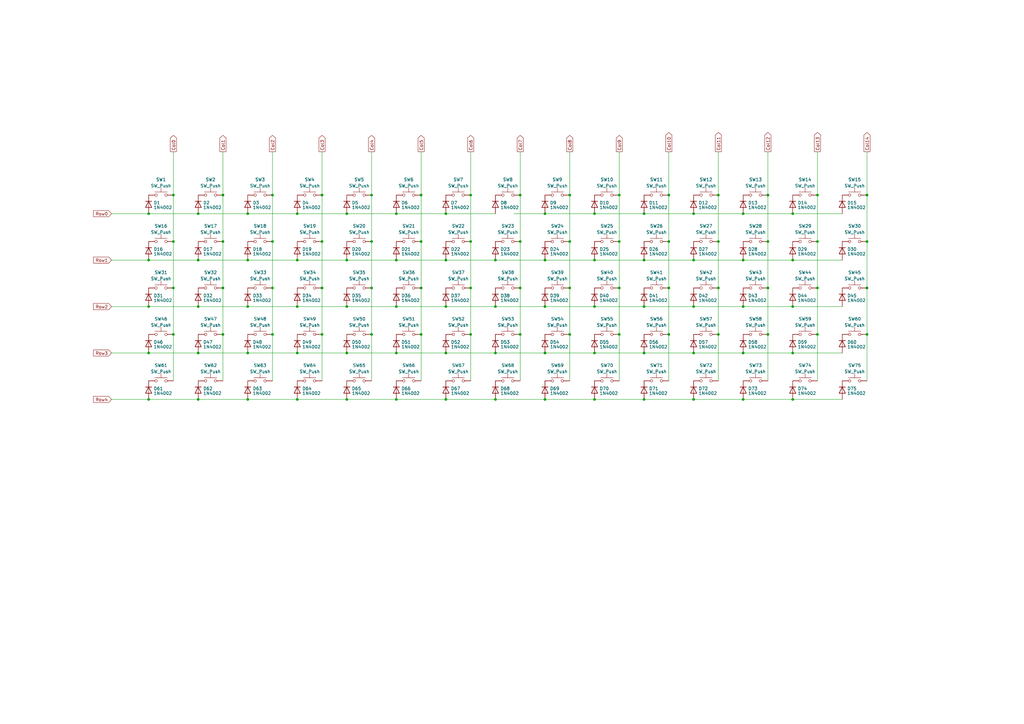
<source format=kicad_sch>
(kicad_sch (version 20230121) (generator eeschema)
  (paper "A3")
  (junction (at 203.2 144.78))
  (junction (at 101.6 163.83))
  (junction (at 264.16 144.78))
  (junction (at 203.2 163.83))
  (junction (at 325.12 144.78))
  (junction (at 111.76 99.06))
  (junction (at 121.92 125.73))
  (junction (at 304.8 125.73))
  (junction (at 121.92 163.83))
  (junction (at 182.88 144.78))
  (junction (at 355.6 99.06))
  (junction (at 162.56 163.83))
  (junction (at 193.04 99.06))
  (junction (at 81.28 106.68))
  (junction (at 60.96 163.83))
  (junction (at 111.76 137.16))
  (junction (at 355.6 80.01))
  (junction (at 264.16 163.83))
  (junction (at 111.76 80.01))
  (junction (at 284.48 144.78))
  (junction (at 142.24 144.78))
  (junction (at 284.48 125.73))
  (junction (at 193.04 118.11))
  (junction (at 284.48 87.63))
  (junction (at 101.6 87.63))
  (junction (at 254 118.11))
  (junction (at 60.96 87.63))
  (junction (at 213.36 118.11))
  (junction (at 355.6 118.11))
  (junction (at 314.96 80.01))
  (junction (at 71.12 99.06))
  (junction (at 233.68 137.16))
  (junction (at 243.84 125.73))
  (junction (at 325.12 163.83))
  (junction (at 223.52 87.63))
  (junction (at 233.68 99.06))
  (junction (at 91.44 118.11))
  (junction (at 71.12 80.01))
  (junction (at 304.8 163.83))
  (junction (at 142.24 163.83))
  (junction (at 152.4 80.01))
  (junction (at 203.2 125.73))
  (junction (at 111.76 118.11))
  (junction (at 314.96 137.16))
  (junction (at 162.56 144.78))
  (junction (at 314.96 118.11))
  (junction (at 284.48 106.68))
  (junction (at 101.6 106.68))
  (junction (at 294.64 99.06))
  (junction (at 132.08 137.16))
  (junction (at 182.88 106.68))
  (junction (at 121.92 87.63))
  (junction (at 132.08 80.01))
  (junction (at 274.32 99.06))
  (junction (at 264.16 106.68))
  (junction (at 81.28 163.83))
  (junction (at 243.84 87.63))
  (junction (at 162.56 87.63))
  (junction (at 243.84 163.83))
  (junction (at 101.6 125.73))
  (junction (at 223.52 106.68))
  (junction (at 81.28 125.73))
  (junction (at 213.36 80.01))
  (junction (at 294.64 80.01))
  (junction (at 254 80.01))
  (junction (at 203.2 106.68))
  (junction (at 121.92 144.78))
  (junction (at 213.36 137.16))
  (junction (at 152.4 99.06))
  (junction (at 233.68 80.01))
  (junction (at 325.12 106.68))
  (junction (at 254 99.06))
  (junction (at 274.32 118.11))
  (junction (at 314.96 99.06))
  (junction (at 304.8 144.78))
  (junction (at 325.12 125.73))
  (junction (at 172.72 118.11))
  (junction (at 142.24 125.73))
  (junction (at 142.24 87.63))
  (junction (at 294.64 118.11))
  (junction (at 172.72 99.06))
  (junction (at 274.32 80.01))
  (junction (at 60.96 125.73))
  (junction (at 91.44 99.06))
  (junction (at 243.84 106.68))
  (junction (at 162.56 125.73))
  (junction (at 264.16 87.63))
  (junction (at 132.08 118.11))
  (junction (at 142.24 106.68))
  (junction (at 304.8 106.68))
  (junction (at 60.96 106.68))
  (junction (at 172.72 137.16))
  (junction (at 60.96 144.78))
  (junction (at 193.04 80.01))
  (junction (at 325.12 87.63))
  (junction (at 162.56 106.68))
  (junction (at 335.28 99.06))
  (junction (at 274.32 137.16))
  (junction (at 335.28 80.01))
  (junction (at 182.88 163.83))
  (junction (at 294.64 137.16))
  (junction (at 81.28 87.63))
  (junction (at 182.88 125.73))
  (junction (at 132.08 99.06))
  (junction (at 81.28 144.78))
  (junction (at 71.12 137.16))
  (junction (at 91.44 80.01))
  (junction (at 233.68 118.11))
  (junction (at 223.52 125.73))
  (junction (at 284.48 163.83))
  (junction (at 91.44 137.16))
  (junction (at 121.92 106.68))
  (junction (at 355.6 137.16))
  (junction (at 223.52 144.78))
  (junction (at 304.8 87.63))
  (junction (at 152.4 137.16))
  (junction (at 152.4 118.11))
  (junction (at 71.12 118.11))
  (junction (at 172.72 80.01))
  (junction (at 193.04 137.16))
  (junction (at 264.16 125.73))
  (junction (at 254 137.16))
  (junction (at 335.28 137.16))
  (junction (at 335.28 118.11))
  (junction (at 213.36 99.06))
  (junction (at 101.6 144.78))
  (junction (at 182.88 87.63))
  (junction (at 243.84 144.78))
  (junction (at 223.52 163.83))
  (wire (pts (xy 45.72 144.78) (xy 60.96 144.78)))
  (wire (pts (xy 132.08 99.06) (xy 132.08 118.11)))
  (wire (pts (xy 152.4 62.23) (xy 152.4 80.01)))
  (wire (pts (xy 60.96 125.73) (xy 81.28 125.73)))
  (wire (pts (xy 335.28 62.23) (xy 335.28 80.01)))
  (wire (pts (xy 172.72 118.11) (xy 172.72 137.16)))
  (wire (pts (xy 132.08 137.16) (xy 132.08 156.21)))
  (wire (pts (xy 45.72 87.63) (xy 60.96 87.63)))
  (wire (pts (xy 254 137.16) (xy 254 156.21)))
  (wire (pts (xy 335.28 80.01) (xy 335.28 99.06)))
  (wire (pts (xy 284.48 87.63) (xy 304.8 87.63)))
  (wire (pts (xy 294.64 118.11) (xy 294.64 137.16)))
  (wire (pts (xy 182.88 87.63) (xy 203.2 87.63)))
  (wire (pts (xy 172.72 62.23) (xy 172.72 80.01)))
  (wire (pts (xy 193.04 80.01) (xy 193.04 99.06)))
  (wire (pts (xy 111.76 137.16) (xy 111.76 156.21)))
  (wire (pts (xy 243.84 144.78) (xy 264.16 144.78)))
  (wire (pts (xy 91.44 118.11) (xy 91.44 137.16)))
  (wire (pts (xy 254 99.06) (xy 254 118.11)))
  (wire (pts (xy 101.6 144.78) (xy 121.92 144.78)))
  (wire (pts (xy 91.44 137.16) (xy 91.44 156.21)))
  (wire (pts (xy 101.6 163.83) (xy 121.92 163.83)))
  (wire (pts (xy 162.56 163.83) (xy 182.88 163.83)))
  (wire (pts (xy 182.88 163.83) (xy 203.2 163.83)))
  (wire (pts (xy 81.28 106.68) (xy 101.6 106.68)))
  (wire (pts (xy 325.12 87.63) (xy 345.44 87.63)))
  (wire (pts (xy 274.32 99.06) (xy 274.32 118.11)))
  (wire (pts (xy 121.92 125.73) (xy 142.24 125.73)))
  (wire (pts (xy 325.12 144.78) (xy 345.44 144.78)))
  (wire (pts (xy 284.48 163.83) (xy 304.8 163.83)))
  (wire (pts (xy 274.32 118.11) (xy 274.32 137.16)))
  (wire (pts (xy 203.2 125.73) (xy 223.52 125.73)))
  (wire (pts (xy 264.16 106.68) (xy 284.48 106.68)))
  (wire (pts (xy 193.04 99.06) (xy 193.04 118.11)))
  (wire (pts (xy 81.28 144.78) (xy 101.6 144.78)))
  (wire (pts (xy 304.8 144.78) (xy 325.12 144.78)))
  (wire (pts (xy 45.72 163.83) (xy 60.96 163.83)))
  (wire (pts (xy 304.8 125.73) (xy 325.12 125.73)))
  (wire (pts (xy 294.64 137.16) (xy 294.64 156.21)))
  (wire (pts (xy 335.28 118.11) (xy 335.28 137.16)))
  (wire (pts (xy 91.44 80.01) (xy 91.44 99.06)))
  (wire (pts (xy 335.28 137.16) (xy 335.28 156.21)))
  (wire (pts (xy 172.72 80.01) (xy 172.72 99.06)))
  (wire (pts (xy 132.08 62.23) (xy 132.08 80.01)))
  (wire (pts (xy 223.52 163.83) (xy 243.84 163.83)))
  (wire (pts (xy 111.76 99.06) (xy 111.76 118.11)))
  (wire (pts (xy 223.52 106.68) (xy 243.84 106.68)))
  (wire (pts (xy 142.24 144.78) (xy 162.56 144.78)))
  (wire (pts (xy 142.24 125.73) (xy 162.56 125.73)))
  (wire (pts (xy 142.24 163.83) (xy 162.56 163.83)))
  (wire (pts (xy 152.4 80.01) (xy 152.4 99.06)))
  (wire (pts (xy 274.32 62.23) (xy 274.32 80.01)))
  (wire (pts (xy 71.12 118.11) (xy 71.12 137.16)))
  (wire (pts (xy 162.56 144.78) (xy 182.88 144.78)))
  (wire (pts (xy 111.76 62.23) (xy 111.76 80.01)))
  (wire (pts (xy 45.72 106.68) (xy 60.96 106.68)))
  (wire (pts (xy 71.12 62.23) (xy 71.12 80.01)))
  (wire (pts (xy 71.12 80.01) (xy 71.12 99.06)))
  (wire (pts (xy 162.56 87.63) (xy 182.88 87.63)))
  (wire (pts (xy 355.6 137.16) (xy 355.6 156.21)))
  (wire (pts (xy 355.6 80.01) (xy 355.6 99.06)))
  (wire (pts (xy 254 80.01) (xy 254 99.06)))
  (wire (pts (xy 182.88 144.78) (xy 203.2 144.78)))
  (wire (pts (xy 101.6 106.68) (xy 121.92 106.68)))
  (wire (pts (xy 162.56 125.73) (xy 182.88 125.73)))
  (wire (pts (xy 294.64 62.23) (xy 294.64 80.01)))
  (wire (pts (xy 101.6 87.63) (xy 121.92 87.63)))
  (wire (pts (xy 223.52 144.78) (xy 243.84 144.78)))
  (wire (pts (xy 264.16 163.83) (xy 284.48 163.83)))
  (wire (pts (xy 121.92 163.83) (xy 142.24 163.83)))
  (wire (pts (xy 111.76 80.01) (xy 111.76 99.06)))
  (wire (pts (xy 182.88 106.68) (xy 203.2 106.68)))
  (wire (pts (xy 294.64 80.01) (xy 294.64 99.06)))
  (wire (pts (xy 233.68 80.01) (xy 233.68 99.06)))
  (wire (pts (xy 355.6 62.23) (xy 355.6 80.01)))
  (wire (pts (xy 152.4 99.06) (xy 152.4 118.11)))
  (wire (pts (xy 233.68 137.16) (xy 233.68 156.21)))
  (wire (pts (xy 264.16 144.78) (xy 284.48 144.78)))
  (wire (pts (xy 213.36 118.11) (xy 213.36 137.16)))
  (wire (pts (xy 213.36 99.06) (xy 213.36 118.11)))
  (wire (pts (xy 223.52 87.63) (xy 243.84 87.63)))
  (wire (pts (xy 91.44 62.23) (xy 91.44 80.01)))
  (wire (pts (xy 223.52 125.73) (xy 243.84 125.73)))
  (wire (pts (xy 152.4 118.11) (xy 152.4 137.16)))
  (wire (pts (xy 71.12 99.06) (xy 71.12 118.11)))
  (wire (pts (xy 314.96 80.01) (xy 314.96 99.06)))
  (wire (pts (xy 233.68 118.11) (xy 233.68 137.16)))
  (wire (pts (xy 254 118.11) (xy 254 137.16)))
  (wire (pts (xy 213.36 137.16) (xy 213.36 156.21)))
  (wire (pts (xy 193.04 62.23) (xy 193.04 80.01)))
  (wire (pts (xy 304.8 87.63) (xy 325.12 87.63)))
  (wire (pts (xy 121.92 106.68) (xy 142.24 106.68)))
  (wire (pts (xy 203.2 106.68) (xy 223.52 106.68)))
  (wire (pts (xy 314.96 118.11) (xy 314.96 137.16)))
  (wire (pts (xy 243.84 87.63) (xy 264.16 87.63)))
  (wire (pts (xy 304.8 106.68) (xy 325.12 106.68)))
  (wire (pts (xy 193.04 118.11) (xy 193.04 137.16)))
  (wire (pts (xy 60.96 144.78) (xy 81.28 144.78)))
  (wire (pts (xy 314.96 62.23) (xy 314.96 80.01)))
  (wire (pts (xy 355.6 99.06) (xy 355.6 118.11)))
  (wire (pts (xy 162.56 106.68) (xy 182.88 106.68)))
  (wire (pts (xy 355.6 118.11) (xy 355.6 137.16)))
  (wire (pts (xy 182.88 125.73) (xy 203.2 125.73)))
  (wire (pts (xy 325.12 163.83) (xy 345.44 163.83)))
  (wire (pts (xy 254 62.23) (xy 254 80.01)))
  (wire (pts (xy 172.72 99.06) (xy 172.72 118.11)))
  (wire (pts (xy 81.28 87.63) (xy 101.6 87.63)))
  (wire (pts (xy 121.92 144.78) (xy 142.24 144.78)))
  (wire (pts (xy 274.32 137.16) (xy 274.32 156.21)))
  (wire (pts (xy 142.24 106.68) (xy 162.56 106.68)))
  (wire (pts (xy 210.82 87.63) (xy 223.52 87.63)))
  (wire (pts (xy 335.28 99.06) (xy 335.28 118.11)))
  (wire (pts (xy 60.96 106.68) (xy 81.28 106.68)))
  (wire (pts (xy 264.16 87.63) (xy 284.48 87.63)))
  (wire (pts (xy 71.12 137.16) (xy 71.12 156.21)))
  (wire (pts (xy 91.44 99.06) (xy 91.44 118.11)))
  (wire (pts (xy 152.4 137.16) (xy 152.4 156.21)))
  (wire (pts (xy 121.92 87.63) (xy 142.24 87.63)))
  (wire (pts (xy 60.96 163.83) (xy 81.28 163.83)))
  (wire (pts (xy 233.68 99.06) (xy 233.68 118.11)))
  (wire (pts (xy 243.84 125.73) (xy 264.16 125.73)))
  (wire (pts (xy 243.84 163.83) (xy 264.16 163.83)))
  (wire (pts (xy 325.12 125.73) (xy 345.44 125.73)))
  (wire (pts (xy 172.72 137.16) (xy 172.72 156.21)))
  (wire (pts (xy 45.72 125.73) (xy 60.96 125.73)))
  (wire (pts (xy 132.08 80.01) (xy 132.08 99.06)))
  (wire (pts (xy 274.32 80.01) (xy 274.32 99.06)))
  (wire (pts (xy 284.48 106.68) (xy 304.8 106.68)))
  (wire (pts (xy 294.64 99.06) (xy 294.64 118.11)))
  (wire (pts (xy 213.36 80.01) (xy 213.36 99.06)))
  (wire (pts (xy 203.2 144.78) (xy 223.52 144.78)))
  (wire (pts (xy 304.8 163.83) (xy 325.12 163.83)))
  (wire (pts (xy 132.08 118.11) (xy 132.08 137.16)))
  (wire (pts (xy 213.36 62.23) (xy 213.36 80.01)))
  (wire (pts (xy 284.48 144.78) (xy 304.8 144.78)))
  (wire (pts (xy 314.96 137.16) (xy 314.96 156.21)))
  (wire (pts (xy 314.96 99.06) (xy 314.96 118.11)))
  (wire (pts (xy 243.84 106.68) (xy 264.16 106.68)))
  (wire (pts (xy 111.76 118.11) (xy 111.76 137.16)))
  (wire (pts (xy 142.24 87.63) (xy 162.56 87.63)))
  (wire (pts (xy 233.68 62.23) (xy 233.68 80.01)))
  (wire (pts (xy 284.48 125.73) (xy 304.8 125.73)))
  (wire (pts (xy 81.28 163.83) (xy 101.6 163.83)))
  (wire (pts (xy 193.04 137.16) (xy 193.04 156.21)))
  (wire (pts (xy 81.28 125.73) (xy 101.6 125.73)))
  (wire (pts (xy 264.16 125.73) (xy 284.48 125.73)))
  (wire (pts (xy 101.6 125.73) (xy 121.92 125.73)))
  (wire (pts (xy 325.12 106.68) (xy 345.44 106.68)))
  (wire (pts (xy 203.2 163.83) (xy 223.52 163.83)))
  (wire (pts (xy 60.96 87.63) (xy 81.28 87.63)))
  (global_label "Col4" (shape output) (at 152.4 62.23 90) (property "Intersheetrefs" "${INTERSHEET_REFS}" (effects hide)))
  (global_label "Col6" (shape output) (at 193.04 62.23 90) (property "Intersheetrefs" "${INTERSHEET_REFS}" (effects hide)))
  (global_label "Col0" (shape output) (at 71.12 62.23 90) (property "Intersheetrefs" "${INTERSHEET_REFS}" (effects hide)))
  (global_label "Row2" (shape input) (at 45.72 125.73 180) (property "Intersheetrefs" "${INTERSHEET_REFS}" (effects hide)))
  (global_label "Col7" (shape output) (at 213.36 62.23 90) (property "Intersheetrefs" "${INTERSHEET_REFS}" (effects hide)))
  (global_label "Col1" (shape output) (at 91.44 62.23 90) (property "Intersheetrefs" "${INTERSHEET_REFS}" (effects hide)))
  (global_label "Col14" (shape output) (at 355.6 62.23 90) (property "Intersheetrefs" "${INTERSHEET_REFS}" (effects hide)))
  (global_label "Col13" (shape output) (at 335.28 62.23 90) (property "Intersheetrefs" "${INTERSHEET_REFS}" (effects hide)))
  (global_label "Col12" (shape output) (at 314.96 62.23 90) (property "Intersheetrefs" "${INTERSHEET_REFS}" (effects hide)))
  (global_label "Row3" (shape input) (at 45.72 144.78 180) (property "Intersheetrefs" "${INTERSHEET_REFS}" (effects hide)))
  (global_label "Row4" (shape input) (at 45.72 163.83 180) (property "Intersheetrefs" "${INTERSHEET_REFS}" (effects hide)))
  (global_label "Row0" (shape input) (at 45.72 87.63 180) (property "Intersheetrefs" "${INTERSHEET_REFS}" (effects hide)))
  (global_label "Col2" (shape output) (at 111.76 62.23 90) (property "Intersheetrefs" "${INTERSHEET_REFS}" (effects hide)))
  (global_label "Col10" (shape output) (at 274.32 62.23 90) (property "Intersheetrefs" "${INTERSHEET_REFS}" (effects hide)))
  (global_label "Col9" (shape output) (at 254 62.23 90) (property "Intersheetrefs" "${INTERSHEET_REFS}" (effects hide)))
  (global_label "Col11" (shape output) (at 294.64 62.23 90) (property "Intersheetrefs" "${INTERSHEET_REFS}" (effects hide)))
  (global_label "Col3" (shape output) (at 132.08 62.23 90) (property "Intersheetrefs" "${INTERSHEET_REFS}" (effects hide)))
  (global_label "Col8" (shape output) (at 233.68 62.23 90) (property "Intersheetrefs" "${INTERSHEET_REFS}" (effects hide)))
  (global_label "Row1" (shape input) (at 45.72 106.68 180) (property "Intersheetrefs" "${INTERSHEET_REFS}" (effects hide)))
  (global_label "Col5" (shape output) (at 172.72 62.23 90) (property "Intersheetrefs" "${INTERSHEET_REFS}" (effects hide)))
  (symbol (lib_id "Diode:1N4002") (at 101.6 140.97 270) (unit 1)
    (property "Reference" "D48" (at 103.632 140.3263 90) (effects (justify left)))
    (property "Value" "1N4002" (at 103.632 142.2473 90) (effects (justify left)))
    (property "Footprint" "Diode_SMD:D_0201_0603Metric" (effects hide))
    (property "Datasheet" "http://www.vishay.com/docs/88503/1n4001.pdf" (effects hide))
    (property "Sim.Device" "D" (effects hide))
    (property "Sim.Pins" "1=K 2=A" (effects hide))
  )
  (symbol (lib_id "Diode:1N4002") (at 243.84 140.97 270) (unit 1)
    (property "Reference" "D55" (at 245.872 140.3263 90) (effects (justify left)))
    (property "Value" "1N4002" (at 245.872 142.2473 90) (effects (justify left)))
    (property "Footprint" "Diode_SMD:D_0201_0603Metric" (effects hide))
    (property "Datasheet" "http://www.vishay.com/docs/88503/1n4001.pdf" (effects hide))
    (property "Sim.Device" "D" (effects hide))
    (property "Sim.Pins" "1=K 2=A" (effects hide))
  )
  (symbol (lib_id "Diode:1N4002") (at 203.2 140.97 270) (unit 1)
    (property "Reference" "D53" (at 205.232 140.3263 90) (effects (justify left)))
    (property "Value" "1N4002" (at 205.232 142.2473 90) (effects (justify left)))
    (property "Footprint" "Diode_SMD:D_0201_0603Metric" (effects hide))
    (property "Datasheet" "http://www.vishay.com/docs/88503/1n4001.pdf" (effects hide))
    (property "Sim.Device" "D" (effects hide))
    (property "Sim.Pins" "1=K 2=A" (effects hide))
  )
  (symbol (lib_id "Switch:SW_Push") (at 127 156.21 0) (unit 1)
    (property "Reference" "SW64" (at 127 149.86 0))
    (property "Value" "SW_Push" (at 127 152.4 0))
  )
  (symbol (lib_id "Diode:1N4002") (at 60.96 121.92 270) (unit 1)
    (property "Reference" "D31" (at 62.992 121.2763 90) (effects (justify left)))
    (property "Value" "1N4002" (at 62.992 123.1973 90) (effects (justify left)))
    (property "Footprint" "Diode_SMD:D_0201_0603Metric" (effects hide))
    (property "Datasheet" "http://www.vishay.com/docs/88503/1n4001.pdf" (effects hide))
    (property "Sim.Device" "D" (effects hide))
    (property "Sim.Pins" "1=K 2=A" (effects hide))
  )
  (symbol (lib_id "Switch:SW_Push") (at 248.92 156.21 0) (unit 1)
    (property "Reference" "SW70" (at 248.92 149.86 0))
    (property "Value" "SW_Push" (at 248.92 152.4 0))
  )
  (symbol (lib_id "Switch:SW_Push") (at 248.92 80.01 0) (unit 1)
    (property "Reference" "SW10" (at 248.92 73.66 0))
    (property "Value" "SW_Push" (at 248.92 76.2 0))
  )
  (symbol (lib_id "Diode:1N4002") (at 223.52 140.97 270) (unit 1)
    (property "Reference" "D54" (at 225.552 140.3263 90) (effects (justify left)))
    (property "Value" "1N4002" (at 225.552 142.2473 90) (effects (justify left)))
    (property "Footprint" "Diode_SMD:D_0201_0603Metric" (effects hide))
    (property "Datasheet" "http://www.vishay.com/docs/88503/1n4001.pdf" (effects hide))
    (property "Sim.Device" "D" (effects hide))
    (property "Sim.Pins" "1=K 2=A" (effects hide))
  )
  (symbol (lib_id "Switch:SW_Push") (at 228.6 80.01 0) (unit 1)
    (property "Reference" "SW9" (at 228.6 73.66 0))
    (property "Value" "SW_Push" (at 228.6 76.2 0))
  )
  (symbol (lib_id "Switch:SW_Push") (at 187.96 80.01 0) (unit 1)
    (property "Reference" "SW7" (at 187.96 73.66 0))
    (property "Value" "SW_Push" (at 187.96 76.2 0))
  )
  (symbol (lib_id "Switch:SW_Push") (at 66.04 80.01 0) (unit 1)
    (property "Reference" "SW1" (at 66.04 73.66 0))
    (property "Value" "SW_Push" (at 66.04 76.2 0))
  )
  (symbol (lib_id "Diode:1N4002") (at 325.12 83.82 270) (unit 1)
    (property "Reference" "D14" (at 327.152 83.1763 90) (effects (justify left)))
    (property "Value" "1N4002" (at 327.152 85.0973 90) (effects (justify left)))
    (property "Footprint" "Diode_SMD:D_0201_0603Metric" (effects hide))
    (property "Datasheet" "http://www.vishay.com/docs/88503/1n4001.pdf" (effects hide))
    (property "Sim.Device" "D" (effects hide))
    (property "Sim.Pins" "1=K 2=A" (effects hide))
  )
  (symbol (lib_id "Diode:1N4002") (at 162.56 140.97 270) (unit 1)
    (property "Reference" "D51" (at 164.592 140.3263 90) (effects (justify left)))
    (property "Value" "1N4002" (at 164.592 142.2473 90) (effects (justify left)))
    (property "Footprint" "Diode_SMD:D_0201_0603Metric" (effects hide))
    (property "Datasheet" "http://www.vishay.com/docs/88503/1n4001.pdf" (effects hide))
    (property "Sim.Device" "D" (effects hide))
    (property "Sim.Pins" "1=K 2=A" (effects hide))
  )
  (symbol (lib_id "Diode:1N4002") (at 345.44 140.97 270) (unit 1)
    (property "Reference" "D60" (at 347.472 140.3263 90) (effects (justify left)))
    (property "Value" "1N4002" (at 347.472 142.2473 90) (effects (justify left)))
    (property "Footprint" "Diode_SMD:D_0201_0603Metric" (effects hide))
    (property "Datasheet" "http://www.vishay.com/docs/88503/1n4001.pdf" (effects hide))
    (property "Sim.Device" "D" (effects hide))
    (property "Sim.Pins" "1=K 2=A" (effects hide))
  )
  (symbol (lib_id "Switch:SW_Push") (at 228.6 137.16 0) (unit 1)
    (property "Reference" "SW54" (at 228.6 130.81 0))
    (property "Value" "SW_Push" (at 228.6 133.35 0))
  )
  (symbol (lib_id "Switch:SW_Push") (at 86.36 80.01 0) (unit 1)
    (property "Reference" "SW2" (at 86.36 73.66 0))
    (property "Value" "SW_Push" (at 86.36 76.2 0))
  )
  (symbol (lib_id "Switch:SW_Push") (at 86.36 156.21 0) (unit 1)
    (property "Reference" "SW62" (at 86.36 149.86 0))
    (property "Value" "SW_Push" (at 86.36 152.4 0))
  )
  (symbol (lib_id "Diode:1N4002") (at 345.44 102.87 270) (unit 1)
    (property "Reference" "D30" (at 347.472 102.2263 90) (effects (justify left)))
    (property "Value" "1N4002" (at 347.472 104.1473 90) (effects (justify left)))
    (property "Footprint" "Diode_SMD:D_0201_0603Metric" (effects hide))
    (property "Datasheet" "http://www.vishay.com/docs/88503/1n4001.pdf" (effects hide))
    (property "Sim.Device" "D" (effects hide))
    (property "Sim.Pins" "1=K 2=A" (effects hide))
  )
  (symbol (lib_id "Diode:1N4002") (at 203.2 160.02 270) (unit 1)
    (property "Reference" "D68" (at 205.232 159.3763 90) (effects (justify left)))
    (property "Value" "1N4002" (at 205.232 161.2973 90) (effects (justify left)))
    (property "Footprint" "Diode_SMD:D_0201_0603Metric" (effects hide))
    (property "Datasheet" "http://www.vishay.com/docs/88503/1n4001.pdf" (effects hide))
    (property "Sim.Device" "D" (effects hide))
    (property "Sim.Pins" "1=K 2=A" (effects hide))
  )
  (symbol (lib_id "Diode:1N4002") (at 304.8 140.97 270) (unit 1)
    (property "Reference" "D58" (at 306.832 140.3263 90) (effects (justify left)))
    (property "Value" "1N4002" (at 306.832 142.2473 90) (effects (justify left)))
    (property "Footprint" "Diode_SMD:D_0201_0603Metric" (effects hide))
    (property "Datasheet" "http://www.vishay.com/docs/88503/1n4001.pdf" (effects hide))
    (property "Sim.Device" "D" (effects hide))
    (property "Sim.Pins" "1=K 2=A" (effects hide))
  )
  (symbol (lib_id "Diode:1N4002") (at 304.8 160.02 270) (unit 1)
    (property "Reference" "D73" (at 306.832 159.3763 90) (effects (justify left)))
    (property "Value" "1N4002" (at 306.832 161.2973 90) (effects (justify left)))
    (property "Footprint" "Diode_SMD:D_0201_0603Metric" (effects hide))
    (property "Datasheet" "http://www.vishay.com/docs/88503/1n4001.pdf" (effects hide))
    (property "Sim.Device" "D" (effects hide))
    (property "Sim.Pins" "1=K 2=A" (effects hide))
  )
  (symbol (lib_id "Switch:SW_Push") (at 187.96 137.16 0) (unit 1)
    (property "Reference" "SW52" (at 187.96 130.81 0))
    (property "Value" "SW_Push" (at 187.96 133.35 0))
  )
  (symbol (lib_id "Switch:SW_Push") (at 208.28 118.11 0) (unit 1)
    (property "Reference" "SW38" (at 208.28 111.76 0))
    (property "Value" "SW_Push" (at 208.28 114.3 0))
  )
  (symbol (lib_id "Switch:SW_Push") (at 147.32 99.06 0) (unit 1)
    (property "Reference" "SW20" (at 147.32 92.71 0))
    (property "Value" "SW_Push" (at 147.32 95.25 0))
  )
  (symbol (lib_id "Diode:1N4002") (at 345.44 121.92 270) (unit 1)
    (property "Reference" "D45" (at 347.472 121.2763 90) (effects (justify left)))
    (property "Value" "1N4002" (at 347.472 123.1973 90) (effects (justify left)))
    (property "Footprint" "Diode_SMD:D_0201_0603Metric" (effects hide))
    (property "Datasheet" "http://www.vishay.com/docs/88503/1n4001.pdf" (effects hide))
    (property "Sim.Device" "D" (effects hide))
    (property "Sim.Pins" "1=K 2=A" (effects hide))
  )
  (symbol (lib_id "Switch:SW_Push") (at 147.32 80.01 0) (unit 1)
    (property "Reference" "SW5" (at 147.32 73.66 0))
    (property "Value" "SW_Push" (at 147.32 76.2 0))
  )
  (symbol (lib_id "Diode:1N4002") (at 243.84 121.92 270) (unit 1)
    (property "Reference" "D40" (at 245.872 121.2763 90) (effects (justify left)))
    (property "Value" "1N4002" (at 245.872 123.1973 90) (effects (justify left)))
    (property "Footprint" "Diode_SMD:D_0201_0603Metric" (effects hide))
    (property "Datasheet" "http://www.vishay.com/docs/88503/1n4001.pdf" (effects hide))
    (property "Sim.Device" "D" (effects hide))
    (property "Sim.Pins" "1=K 2=A" (effects hide))
  )
  (symbol (lib_id "Switch:SW_Push") (at 106.68 99.06 0) (unit 1)
    (property "Reference" "SW18" (at 106.68 92.71 0))
    (property "Value" "SW_Push" (at 106.68 95.25 0))
  )
  (symbol (lib_id "Switch:SW_Push") (at 127 99.06 0) (unit 1)
    (property "Reference" "SW19" (at 127 92.71 0))
    (property "Value" "SW_Push" (at 127 95.25 0))
  )
  (symbol (lib_id "Diode:1N4002") (at 142.24 102.87 270) (unit 1)
    (property "Reference" "D20" (at 144.272 102.2263 90) (effects (justify left)))
    (property "Value" "1N4002" (at 144.272 104.1473 90) (effects (justify left)))
    (property "Footprint" "Diode_SMD:D_0201_0603Metric" (effects hide))
    (property "Datasheet" "http://www.vishay.com/docs/88503/1n4001.pdf" (effects hide))
    (property "Sim.Device" "D" (effects hide))
    (property "Sim.Pins" "1=K 2=A" (effects hide))
  )
  (symbol (lib_id "Switch:SW_Push") (at 187.96 118.11 0) (unit 1)
    (property "Reference" "SW37" (at 187.96 111.76 0))
    (property "Value" "SW_Push" (at 187.96 114.3 0))
  )
  (symbol (lib_id "Diode:1N4002") (at 162.56 121.92 270) (unit 1)
    (property "Reference" "D36" (at 164.592 121.2763 90) (effects (justify left)))
    (property "Value" "1N4002" (at 164.592 123.1973 90) (effects (justify left)))
    (property "Footprint" "Diode_SMD:D_0201_0603Metric" (effects hide))
    (property "Datasheet" "http://www.vishay.com/docs/88503/1n4001.pdf" (effects hide))
    (property "Sim.Device" "D" (effects hide))
    (property "Sim.Pins" "1=K 2=A" (effects hide))
  )
  (symbol (lib_id "Switch:SW_Push") (at 66.04 156.21 0) (unit 1)
    (property "Reference" "SW61" (at 66.04 149.86 0))
    (property "Value" "SW_Push" (at 66.04 152.4 0))
  )
  (symbol (lib_id "Switch:SW_Push") (at 167.64 99.06 0) (unit 1)
    (property "Reference" "SW21" (at 167.64 92.71 0))
    (property "Value" "SW_Push" (at 167.64 95.25 0))
  )
  (symbol (lib_id "Diode:1N4002") (at 223.52 121.92 270) (unit 1)
    (property "Reference" "D39" (at 225.552 121.2763 90) (effects (justify left)))
    (property "Value" "1N4002" (at 225.552 123.1973 90) (effects (justify left)))
    (property "Footprint" "Diode_SMD:D_0201_0603Metric" (effects hide))
    (property "Datasheet" "http://www.vishay.com/docs/88503/1n4001.pdf" (effects hide))
    (property "Sim.Device" "D" (effects hide))
    (property "Sim.Pins" "1=K 2=A" (effects hide))
  )
  (symbol (lib_id "Switch:SW_Push") (at 106.68 137.16 0) (unit 1)
    (property "Reference" "SW48" (at 106.68 130.81 0))
    (property "Value" "SW_Push" (at 106.68 133.35 0))
  )
  (symbol (lib_id "Switch:SW_Push") (at 289.56 80.01 0) (unit 1)
    (property "Reference" "SW12" (at 289.56 73.66 0))
    (property "Value" "SW_Push" (at 289.56 76.2 0))
  )
  (symbol (lib_id "Switch:SW_Push") (at 309.88 156.21 0) (unit 1)
    (property "Reference" "SW73" (at 309.88 149.86 0))
    (property "Value" "SW_Push" (at 309.88 152.4 0))
  )
  (symbol (lib_id "Diode:1N4002") (at 101.6 160.02 270) (unit 1)
    (property "Reference" "D63" (at 103.632 159.3763 90) (effects (justify left)))
    (property "Value" "1N4002" (at 103.632 161.2973 90) (effects (justify left)))
    (property "Footprint" "Diode_SMD:D_0201_0603Metric" (effects hide))
    (property "Datasheet" "http://www.vishay.com/docs/88503/1n4001.pdf" (effects hide))
    (property "Sim.Device" "D" (effects hide))
    (property "Sim.Pins" "1=K 2=A" (effects hide))
  )
  (symbol (lib_id "Switch:SW_Push") (at 269.24 156.21 0) (unit 1)
    (property "Reference" "SW71" (at 269.24 149.86 0))
    (property "Value" "SW_Push" (at 269.24 152.4 0))
  )
  (symbol (lib_id "Switch:SW_Push") (at 289.56 137.16 0) (unit 1)
    (property "Reference" "SW57" (at 289.56 130.81 0))
    (property "Value" "SW_Push" (at 289.56 133.35 0))
  )
  (symbol (lib_id "Switch:SW_Push") (at 208.28 156.21 0) (unit 1)
    (property "Reference" "SW68" (at 208.28 149.86 0))
    (property "Value" "SW_Push" (at 208.28 152.4 0))
  )
  (symbol (lib_id "Diode:1N4002") (at 223.52 83.82 270) (unit 1)
    (property "Reference" "D9" (at 225.552 83.1763 90) (effects (justify left)))
    (property "Value" "1N4002" (at 225.552 85.0973 90) (effects (justify left)))
    (property "Footprint" "Diode_SMD:D_0201_0603Metric" (effects hide))
    (property "Datasheet" "http://www.vishay.com/docs/88503/1n4001.pdf" (effects hide))
    (property "Sim.Device" "D" (effects hide))
    (property "Sim.Pins" "1=K 2=A" (effects hide))
  )
  (symbol (lib_id "Diode:1N4002") (at 121.92 140.97 270) (unit 1)
    (property "Reference" "D49" (at 123.952 140.3263 90) (effects (justify left)))
    (property "Value" "1N4002" (at 123.952 142.2473 90) (effects (justify left)))
    (property "Footprint" "Diode_SMD:D_0201_0603Metric" (effects hide))
    (property "Datasheet" "http://www.vishay.com/docs/88503/1n4001.pdf" (effects hide))
    (property "Sim.Device" "D" (effects hide))
    (property "Sim.Pins" "1=K 2=A" (effects hide))
  )
  (symbol (lib_id "Diode:1N4002") (at 243.84 160.02 270) (unit 1)
    (property "Reference" "D70" (at 245.872 159.3763 90) (effects (justify left)))
    (property "Value" "1N4002" (at 245.872 161.2973 90) (effects (justify left)))
    (property "Footprint" "Diode_SMD:D_0201_0603Metric" (effects hide))
    (property "Datasheet" "http://www.vishay.com/docs/88503/1n4001.pdf" (effects hide))
    (property "Sim.Device" "D" (effects hide))
    (property "Sim.Pins" "1=K 2=A" (effects hide))
  )
  (symbol (lib_id "Diode:1N4002") (at 182.88 160.02 270) (unit 1)
    (property "Reference" "D67" (at 184.912 159.3763 90) (effects (justify left)))
    (property "Value" "1N4002" (at 184.912 161.2973 90) (effects (justify left)))
    (property "Footprint" "Diode_SMD:D_0201_0603Metric" (effects hide))
    (property "Datasheet" "http://www.vishay.com/docs/88503/1n4001.pdf" (effects hide))
    (property "Sim.Device" "D" (effects hide))
    (property "Sim.Pins" "1=K 2=A" (effects hide))
  )
  (symbol (lib_id "Diode:1N4002") (at 81.28 160.02 270) (unit 1)
    (property "Reference" "D62" (at 83.312 159.3763 90) (effects (justify left)))
    (property "Value" "1N4002" (at 83.312 161.2973 90) (effects (justify left)))
    (property "Footprint" "Diode_SMD:D_0201_0603Metric" (effects hide))
    (property "Datasheet" "http://www.vishay.com/docs/88503/1n4001.pdf" (effects hide))
    (property "Sim.Device" "D" (effects hide))
    (property "Sim.Pins" "1=K 2=A" (effects hide))
  )
  (symbol (lib_id "Switch:SW_Push") (at 248.92 99.06 0) (unit 1)
    (property "Reference" "SW25" (at 248.92 92.71 0))
    (property "Value" "SW_Push" (at 248.92 95.25 0))
  )
  (symbol (lib_id "Diode:1N4002") (at 81.28 83.82 270) (unit 1)
    (property "Reference" "D2" (at 83.312 83.1763 90) (effects (justify left)))
    (property "Value" "1N4002" (at 83.312 85.0973 90) (effects (justify left)))
    (property "Footprint" "Diode_SMD:D_0201_0603Metric" (effects hide))
    (property "Datasheet" "http://www.vishay.com/docs/88503/1n4001.pdf" (effects hide))
    (property "Sim.Device" "D" (effects hide))
    (property "Sim.Pins" "1=K 2=A" (effects hide))
  )
  (symbol (lib_id "Diode:1N4002") (at 121.92 102.87 270) (unit 1)
    (property "Reference" "D19" (at 123.952 102.2263 90) (effects (justify left)))
    (property "Value" "1N4002" (at 123.952 104.1473 90) (effects (justify left)))
    (property "Footprint" "Diode_SMD:D_0201_0603Metric" (effects hide))
    (property "Datasheet" "http://www.vishay.com/docs/88503/1n4001.pdf" (effects hide))
    (property "Sim.Device" "D" (effects hide))
    (property "Sim.Pins" "1=K 2=A" (effects hide))
  )
  (symbol (lib_id "Diode:1N4002") (at 60.96 102.87 270) (unit 1)
    (property "Reference" "D16" (at 62.992 102.2263 90) (effects (justify left)))
    (property "Value" "1N4002" (at 62.992 104.1473 90) (effects (justify left)))
    (property "Footprint" "Diode_SMD:D_0201_0603Metric" (effects hide))
    (property "Datasheet" "http://www.vishay.com/docs/88503/1n4001.pdf" (effects hide))
    (property "Sim.Device" "D" (effects hide))
    (property "Sim.Pins" "1=K 2=A" (effects hide))
  )
  (symbol (lib_id "Diode:1N4002") (at 264.16 140.97 270) (unit 1)
    (property "Reference" "D56" (at 266.192 140.3263 90) (effects (justify left)))
    (property "Value" "1N4002" (at 266.192 142.2473 90) (effects (justify left)))
    (property "Footprint" "Diode_SMD:D_0201_0603Metric" (effects hide))
    (property "Datasheet" "http://www.vishay.com/docs/88503/1n4001.pdf" (effects hide))
    (property "Sim.Device" "D" (effects hide))
    (property "Sim.Pins" "1=K 2=A" (effects hide))
  )
  (symbol (lib_id "Switch:SW_Push") (at 330.2 99.06 0) (unit 1)
    (property "Reference" "SW29" (at 330.2 92.71 0))
    (property "Value" "SW_Push" (at 330.2 95.25 0))
  )
  (symbol (lib_id "Switch:SW_Push") (at 147.32 118.11 0) (unit 1)
    (property "Reference" "SW35" (at 147.32 111.76 0))
    (property "Value" "SW_Push" (at 147.32 114.3 0))
  )
  (symbol (lib_id "Diode:1N4002") (at 264.16 121.92 270) (unit 1)
    (property "Reference" "D41" (at 266.192 121.2763 90) (effects (justify left)))
    (property "Value" "1N4002" (at 266.192 123.1973 90) (effects (justify left)))
    (property "Footprint" "Diode_SMD:D_0201_0603Metric" (effects hide))
    (property "Datasheet" "http://www.vishay.com/docs/88503/1n4001.pdf" (effects hide))
    (property "Sim.Device" "D" (effects hide))
    (property "Sim.Pins" "1=K 2=A" (effects hide))
  )
  (symbol (lib_id "Switch:SW_Push") (at 147.32 156.21 0) (unit 1)
    (property "Reference" "SW65" (at 147.32 149.86 0))
    (property "Value" "SW_Push" (at 147.32 152.4 0))
  )
  (symbol (lib_id "Switch:SW_Push") (at 309.88 137.16 0) (unit 1)
    (property "Reference" "SW58" (at 309.88 130.81 0))
    (property "Value" "SW_Push" (at 309.88 133.35 0))
  )
  (symbol (lib_id "Switch:SW_Push") (at 289.56 156.21 0) (unit 1)
    (property "Reference" "SW72" (at 289.56 149.86 0))
    (property "Value" "SW_Push" (at 289.56 152.4 0))
  )
  (symbol (lib_id "Diode:1N4002") (at 203.2 102.87 270) (unit 1)
    (property "Reference" "D23" (at 205.232 102.2263 90) (effects (justify left)))
    (property "Value" "1N4002" (at 205.232 104.1473 90) (effects (justify left)))
    (property "Footprint" "Diode_SMD:D_0201_0603Metric" (effects hide))
    (property "Datasheet" "http://www.vishay.com/docs/88503/1n4001.pdf" (effects hide))
    (property "Sim.Device" "D" (effects hide))
    (property "Sim.Pins" "1=K 2=A" (effects hide))
  )
  (symbol (lib_id "Diode:1N4002") (at 162.56 102.87 270) (unit 1)
    (property "Reference" "D21" (at 164.592 102.2263 90) (effects (justify left)))
    (property "Value" "1N4002" (at 164.592 104.1473 90) (effects (justify left)))
    (property "Footprint" "Diode_SMD:D_0201_0603Metric" (effects hide))
    (property "Datasheet" "http://www.vishay.com/docs/88503/1n4001.pdf" (effects hide))
    (property "Sim.Device" "D" (effects hide))
    (property "Sim.Pins" "1=K 2=A" (effects hide))
  )
  (symbol (lib_id "Switch:SW_Push") (at 330.2 137.16 0) (unit 1)
    (property "Reference" "SW59" (at 330.2 130.81 0))
    (property "Value" "SW_Push" (at 330.2 133.35 0))
  )
  (symbol (lib_id "Switch:SW_Push") (at 86.36 118.11 0) (unit 1)
    (property "Reference" "SW32" (at 86.36 111.76 0))
    (property "Value" "SW_Push" (at 86.36 114.3 0))
  )
  (symbol (lib_id "Switch:SW_Push") (at 330.2 80.01 0) (unit 1)
    (property "Reference" "SW14" (at 330.2 73.66 0))
    (property "Value" "SW_Push" (at 330.2 76.2 0))
  )
  (symbol (lib_id "Switch:SW_Push") (at 106.68 118.11 0) (unit 1)
    (property "Reference" "SW33" (at 106.68 111.76 0))
    (property "Value" "SW_Push" (at 106.68 114.3 0))
  )
  (symbol (lib_id "Switch:SW_Push") (at 228.6 156.21 0) (unit 1)
    (property "Reference" "SW69" (at 228.6 149.86 0))
    (property "Value" "SW_Push" (at 228.6 152.4 0))
  )
  (symbol (lib_id "Diode:1N4002") (at 304.8 102.87 270) (unit 1)
    (property "Reference" "D28" (at 306.832 102.2263 90) (effects (justify left)))
    (property "Value" "1N4002" (at 306.832 104.1473 90) (effects (justify left)))
    (property "Footprint" "Diode_SMD:D_0201_0603Metric" (effects hide))
    (property "Datasheet" "http://www.vishay.com/docs/88503/1n4001.pdf" (effects hide))
    (property "Sim.Device" "D" (effects hide))
    (property "Sim.Pins" "1=K 2=A" (effects hide))
  )
  (symbol (lib_id "Switch:SW_Push") (at 350.52 156.21 0) (unit 1)
    (property "Reference" "SW75" (at 350.52 149.86 0))
    (property "Value" "SW_Push" (at 350.52 152.4 0))
  )
  (symbol (lib_id "Diode:1N4002") (at 60.96 140.97 270) (unit 1)
    (property "Reference" "D46" (at 62.992 140.3263 90) (effects (justify left)))
    (property "Value" "1N4002" (at 62.992 142.2473 90) (effects (justify left)))
    (property "Footprint" "Diode_SMD:D_0201_0603Metric" (effects hide))
    (property "Datasheet" "http://www.vishay.com/docs/88503/1n4001.pdf" (effects hide))
    (property "Sim.Device" "D" (effects hide))
    (property "Sim.Pins" "1=K 2=A" (effects hide))
  )
  (symbol (lib_id "Diode:1N4002") (at 243.84 83.82 270) (unit 1)
    (property "Reference" "D10" (at 245.872 83.1763 90) (effects (justify left)))
    (property "Value" "1N4002" (at 245.872 85.0973 90) (effects (justify left)))
    (property "Footprint" "Diode_SMD:D_0201_0603Metric" (effects hide))
    (property "Datasheet" "http://www.vishay.com/docs/88503/1n4001.pdf" (effects hide))
    (property "Sim.Device" "D" (effects hide))
    (property "Sim.Pins" "1=K 2=A" (effects hide))
  )
  (symbol (lib_id "Switch:SW_Push") (at 167.64 137.16 0) (unit 1)
    (property "Reference" "SW51" (at 167.64 130.81 0))
    (property "Value" "SW_Push" (at 167.64 133.35 0))
  )
  (symbol (lib_id "Diode:1N4002") (at 284.48 160.02 270) (unit 1)
    (property "Reference" "D72" (at 286.512 159.3763 90) (effects (justify left)))
    (property "Value" "1N4002" (at 286.512 161.2973 90) (effects (justify left)))
    (property "Footprint" "Diode_SMD:D_0201_0603Metric" (effects hide))
    (property "Datasheet" "http://www.vishay.com/docs/88503/1n4001.pdf" (effects hide))
    (property "Sim.Device" "D" (effects hide))
    (property "Sim.Pins" "1=K 2=A" (effects hide))
  )
  (symbol (lib_id "Diode:1N4002") (at 264.16 83.82 270) (unit 1)
    (property "Reference" "D11" (at 266.192 83.1763 90) (effects (justify left)))
    (property "Value" "1N4002" (at 266.192 85.0973 90) (effects (justify left)))
    (property "Footprint" "Diode_SMD:D_0201_0603Metric" (effects hide))
    (property "Datasheet" "http://www.vishay.com/docs/88503/1n4001.pdf" (effects hide))
    (property "Sim.Device" "D" (effects hide))
    (property "Sim.Pins" "1=K 2=A" (effects hide))
  )
  (symbol (lib_id "Diode:1N4002") (at 60.96 83.82 270) (unit 1)
    (property "Reference" "D1" (at 62.992 83.1763 90) (effects (justify left)))
    (property "Value" "1N4002" (at 62.992 85.0973 90) (effects (justify left)))
    (property "Footprint" "Diode_SMD:D_0201_0603Metric" (effects hide))
    (property "Datasheet" "http://www.vishay.com/docs/88503/1n4001.pdf" (effects hide))
    (property "Sim.Device" "D" (effects hide))
    (property "Sim.Pins" "1=K 2=A" (effects hide))
  )
  (symbol (lib_id "Switch:SW_Push") (at 228.6 118.11 0) (unit 1)
    (property "Reference" "SW39" (at 228.6 111.76 0))
    (property "Value" "SW_Push" (at 228.6 114.3 0))
  )
  (symbol (lib_id "Switch:SW_Push") (at 127 137.16 0) (unit 1)
    (property "Reference" "SW49" (at 127 130.81 0))
    (property "Value" "SW_Push" (at 127 133.35 0))
  )
  (symbol (lib_id "Switch:SW_Push") (at 187.96 99.06 0) (unit 1)
    (property "Reference" "SW22" (at 187.96 92.71 0))
    (property "Value" "SW_Push" (at 187.96 95.25 0))
  )
  (symbol (lib_id "Switch:SW_Push") (at 248.92 137.16 0) (unit 1)
    (property "Reference" "SW55" (at 248.92 130.81 0))
    (property "Value" "SW_Push" (at 248.92 133.35 0))
  )
  (symbol (lib_id "Diode:1N4002") (at 243.84 102.87 270) (unit 1)
    (property "Reference" "D25" (at 245.872 102.2263 90) (effects (justify left)))
    (property "Value" "1N4002" (at 245.872 104.1473 90) (effects (justify left)))
    (property "Footprint" "Diode_SMD:D_0201_0603Metric" (effects hide))
    (property "Datasheet" "http://www.vishay.com/docs/88503/1n4001.pdf" (effects hide))
    (property "Sim.Device" "D" (effects hide))
    (property "Sim.Pins" "1=K 2=A" (effects hide))
  )
  (symbol (lib_id "Diode:1N4002") (at 284.48 121.92 270) (unit 1)
    (property "Reference" "D42" (at 286.512 121.2763 90) (effects (justify left)))
    (property "Value" "1N4002" (at 286.512 123.1973 90) (effects (justify left)))
    (property "Footprint" "Diode_SMD:D_0201_0603Metric" (effects hide))
    (property "Datasheet" "http://www.vishay.com/docs/88503/1n4001.pdf" (effects hide))
    (property "Sim.Device" "D" (effects hide))
    (property "Sim.Pins" "1=K 2=A" (effects hide))
  )
  (symbol (lib_id "Diode:1N4002") (at 101.6 121.92 270) (unit 1)
    (property "Reference" "D33" (at 103.632 121.2763 90) (effects (justify left)))
    (property "Value" "1N4002" (at 103.632 123.1973 90) (effects (justify left)))
    (property "Footprint" "Diode_SMD:D_0201_0603Metric" (effects hide))
    (property "Datasheet" "http://www.vishay.com/docs/88503/1n4001.pdf" (effects hide))
    (property "Sim.Device" "D" (effects hide))
    (property "Sim.Pins" "1=K 2=A" (effects hide))
  )
  (symbol (lib_id "Diode:1N4002") (at 162.56 160.02 270) (unit 1)
    (property "Reference" "D66" (at 164.592 159.3763 90) (effects (justify left)))
    (property "Value" "1N4002" (at 164.592 161.2973 90) (effects (justify left)))
    (property "Footprint" "Diode_SMD:D_0201_0603Metric" (effects hide))
    (property "Datasheet" "http://www.vishay.com/docs/88503/1n4001.pdf" (effects hide))
    (property "Sim.Device" "D" (effects hide))
    (property "Sim.Pins" "1=K 2=A" (effects hide))
  )
  (symbol (lib_id "Diode:1N4002") (at 325.12 140.97 270) (unit 1)
    (property "Reference" "D59" (at 327.152 140.3263 90) (effects (justify left)))
    (property "Value" "1N4002" (at 327.152 142.2473 90) (effects (justify left)))
    (property "Footprint" "Diode_SMD:D_0201_0603Metric" (effects hide))
    (property "Datasheet" "http://www.vishay.com/docs/88503/1n4001.pdf" (effects hide))
    (property "Sim.Device" "D" (effects hide))
    (property "Sim.Pins" "1=K 2=A" (effects hide))
  )
  (symbol (lib_id "Diode:1N4002") (at 284.48 83.82 270) (unit 1)
    (property "Reference" "D12" (at 286.512 83.1763 90) (effects (justify left)))
    (property "Value" "1N4002" (at 286.512 85.0973 90) (effects (justify left)))
    (property "Footprint" "Diode_SMD:D_0201_0603Metric" (effects hide))
    (property "Datasheet" "http://www.vishay.com/docs/88503/1n4001.pdf" (effects hide))
    (property "Sim.Device" "D" (effects hide))
    (property "Sim.Pins" "1=K 2=A" (effects hide))
  )
  (symbol (lib_id "Diode:1N4002") (at 304.8 121.92 270) (unit 1)
    (property "Reference" "D43" (at 306.832 121.2763 90) (effects (justify left)))
    (property "Value" "1N4002" (at 306.832 123.1973 90) (effects (justify left)))
    (property "Footprint" "Diode_SMD:D_0201_0603Metric" (effects hide))
    (property "Datasheet" "http://www.vishay.com/docs/88503/1n4001.pdf" (effects hide))
    (property "Sim.Device" "D" (effects hide))
    (property "Sim.Pins" "1=K 2=A" (effects hide))
  )
  (symbol (lib_id "Diode:1N4002") (at 325.12 160.02 270) (unit 1)
    (property "Reference" "D74" (at 327.152 159.3763 90) (effects (justify left)))
    (property "Value" "1N4002" (at 327.152 161.2973 90) (effects (justify left)))
    (property "Footprint" "Diode_SMD:D_0201_0603Metric" (effects hide))
    (property "Datasheet" "http://www.vishay.com/docs/88503/1n4001.pdf" (effects hide))
    (property "Sim.Device" "D" (effects hide))
    (property "Sim.Pins" "1=K 2=A" (effects hide))
  )
  (symbol (lib_id "Switch:SW_Push") (at 106.68 80.01 0) (unit 1)
    (property "Reference" "SW3" (at 106.68 73.66 0))
    (property "Value" "SW_Push" (at 106.68 76.2 0))
  )
  (symbol (lib_id "Diode:1N4002") (at 284.48 140.97 270) (unit 1)
    (property "Reference" "D57" (at 286.512 140.3263 90) (effects (justify left)))
    (property "Value" "1N4002" (at 286.512 142.2473 90) (effects (justify left)))
    (property "Footprint" "Diode_SMD:D_0201_0603Metric" (effects hide))
    (property "Datasheet" "http://www.vishay.com/docs/88503/1n4001.pdf" (effects hide))
    (property "Sim.Device" "D" (effects hide))
    (property "Sim.Pins" "1=K 2=A" (effects hide))
  )
  (symbol (lib_id "Switch:SW_Push") (at 208.28 137.16 0) (unit 1)
    (property "Reference" "SW53" (at 208.28 130.81 0))
    (property "Value" "SW_Push" (at 208.28 133.35 0))
  )
  (symbol (lib_id "Diode:1N4002") (at 142.24 160.02 270) (unit 1)
    (property "Reference" "D65" (at 144.272 159.3763 90) (effects (justify left)))
    (property "Value" "1N4002" (at 144.272 161.2973 90) (effects (justify left)))
    (property "Footprint" "Diode_SMD:D_0201_0603Metric" (effects hide))
    (property "Datasheet" "http://www.vishay.com/docs/88503/1n4001.pdf" (effects hide))
    (property "Sim.Device" "D" (effects hide))
    (property "Sim.Pins" "1=K 2=A" (effects hide))
  )
  (symbol (lib_id "Switch:SW_Push") (at 350.52 80.01 0) (unit 1)
    (property "Reference" "SW15" (at 350.52 73.66 0))
    (property "Value" "SW_Push" (at 350.52 76.2 0))
  )
  (symbol (lib_id "Diode:1N4002") (at 121.92 160.02 270) (unit 1)
    (property "Reference" "D64" (at 123.952 159.3763 90) (effects (justify left)))
    (property "Value" "1N4002" (at 123.952 161.2973 90) (effects (justify left)))
    (property "Footprint" "Diode_SMD:D_0201_0603Metric" (effects hide))
    (property "Datasheet" "http://www.vishay.com/docs/88503/1n4001.pdf" (effects hide))
    (property "Sim.Device" "D" (effects hide))
    (property "Sim.Pins" "1=K 2=A" (effects hide))
  )
  (symbol (lib_id "Switch:SW_Push") (at 127 80.01 0) (unit 1)
    (property "Reference" "SW4" (at 127 73.66 0))
    (property "Value" "SW_Push" (at 127 76.2 0))
  )
  (symbol (lib_id "Diode:1N4002") (at 81.28 121.92 270) (unit 1)
    (property "Reference" "D32" (at 83.312 121.2763 90) (effects (justify left)))
    (property "Value" "1N4002" (at 83.312 123.1973 90) (effects (justify left)))
    (property "Footprint" "Diode_SMD:D_0201_0603Metric" (effects hide))
    (property "Datasheet" "http://www.vishay.com/docs/88503/1n4001.pdf" (effects hide))
    (property "Sim.Device" "D" (effects hide))
    (property "Sim.Pins" "1=K 2=A" (effects hide))
  )
  (symbol (lib_id "Switch:SW_Push") (at 309.88 80.01 0) (unit 1)
    (property "Reference" "SW13" (at 309.88 73.66 0))
    (property "Value" "SW_Push" (at 309.88 76.2 0))
  )
  (symbol (lib_id "Switch:SW_Push") (at 228.6 99.06 0) (unit 1)
    (property "Reference" "SW24" (at 228.6 92.71 0))
    (property "Value" "SW_Push" (at 228.6 95.25 0))
  )
  (symbol (lib_id "Switch:SW_Push") (at 147.32 137.16 0) (unit 1)
    (property "Reference" "SW50" (at 147.32 130.81 0))
    (property "Value" "SW_Push" (at 147.32 133.35 0))
  )
  (symbol (lib_id "Switch:SW_Push") (at 309.88 99.06 0) (unit 1)
    (property "Reference" "SW28" (at 309.88 92.71 0))
    (property "Value" "SW_Push" (at 309.88 95.25 0))
  )
  (symbol (lib_id "Diode:1N4002") (at 121.92 121.92 270) (unit 1)
    (property "Reference" "D34" (at 123.952 121.2763 90) (effects (justify left)))
    (property "Value" "1N4002" (at 123.952 123.1973 90) (effects (justify left)))
    (property "Footprint" "Diode_SMD:D_0201_0603Metric" (effects hide))
    (property "Datasheet" "http://www.vishay.com/docs/88503/1n4001.pdf" (effects hide))
    (property "Sim.Device" "D" (effects hide))
    (property "Sim.Pins" "1=K 2=A" (effects hide))
  )
  (symbol (lib_id "Diode:1N4002") (at 345.44 83.82 270) (unit 1)
    (property "Reference" "D15" (at 347.472 83.1763 90) (effects (justify left)))
    (property "Value" "1N4002" (at 347.472 85.0973 90) (effects (justify left)))
    (property "Footprint" "Diode_SMD:D_0201_0603Metric" (effects hide))
    (property "Datasheet" "http://www.vishay.com/docs/88503/1n4001.pdf" (effects hide))
    (property "Sim.Device" "D" (effects hide))
    (property "Sim.Pins" "1=K 2=A" (effects hide))
  )
  (symbol (lib_id "Switch:SW_Push") (at 106.68 156.21 0) (unit 1)
    (property "Reference" "SW63" (at 106.68 149.86 0))
    (property "Value" "SW_Push" (at 106.68 152.4 0))
  )
  (symbol (lib_id "Diode:1N4002") (at 142.24 121.92 270) (unit 1)
    (property "Reference" "D35" (at 144.272 121.2763 90) (effects (justify left)))
    (property "Value" "1N4002" (at 144.272 123.1973 90) (effects (justify left)))
    (property "Footprint" "Diode_SMD:D_0201_0603Metric" (effects hide))
    (property "Datasheet" "http://www.vishay.com/docs/88503/1n4001.pdf" (effects hide))
    (property "Sim.Device" "D" (effects hide))
    (property "Sim.Pins" "1=K 2=A" (effects hide))
  )
  (symbol (lib_id "Switch:SW_Push") (at 269.24 99.06 0) (unit 1)
    (property "Reference" "SW26" (at 269.24 92.71 0))
    (property "Value" "SW_Push" (at 269.24 95.25 0))
  )
  (symbol (lib_id "Diode:1N4002") (at 203.2 83.82 270) (unit 1)
    (property "Reference" "D8" (at 205.232 83.1763 90) (effects (justify left)))
    (property "Value" "1N4002" (at 205.232 85.0973 90) (effects (justify left)))
    (property "Footprint" "Diode_SMD:D_0201_0603Metric" (effects hide))
    (property "Datasheet" "http://www.vishay.com/docs/88503/1n4001.pdf" (effects hide))
    (property "Sim.Device" "D" (effects hide))
    (property "Sim.Pins" "1=K 2=A" (effects hide))
  )
  (symbol (lib_id "Switch:SW_Push") (at 208.28 80.01 0) (unit 1)
    (property "Reference" "SW8" (at 208.28 73.66 0))
    (property "Value" "SW_Push" (at 208.28 76.2 0))
  )
  (symbol (lib_id "Diode:1N4002") (at 325.12 102.87 270) (unit 1)
    (property "Reference" "D29" (at 327.152 102.2263 90) (effects (justify left)))
    (property "Value" "1N4002" (at 327.152 104.1473 90) (effects (justify left)))
    (property "Footprint" "Diode_SMD:D_0201_0603Metric" (effects hide))
    (property "Datasheet" "http://www.vishay.com/docs/88503/1n4001.pdf" (effects hide))
    (property "Sim.Device" "D" (effects hide))
    (property "Sim.Pins" "1=K 2=A" (effects hide))
  )
  (symbol (lib_id "Diode:1N4002") (at 81.28 140.97 270) (unit 1)
    (property "Reference" "D47" (at 83.312 140.3263 90) (effects (justify left)))
    (property "Value" "1N4002" (at 83.312 142.2473 90) (effects (justify left)))
    (property "Footprint" "Diode_SMD:D_0201_0603Metric" (effects hide))
    (property "Datasheet" "http://www.vishay.com/docs/88503/1n4001.pdf" (effects hide))
    (property "Sim.Device" "D" (effects hide))
    (property "Sim.Pins" "1=K 2=A" (effects hide))
  )
  (symbol (lib_id "Switch:SW_Push") (at 309.88 118.11 0) (unit 1)
    (property "Reference" "SW43" (at 309.88 111.76 0))
    (property "Value" "SW_Push" (at 309.88 114.3 0))
  )
  (symbol (lib_id "Diode:1N4002") (at 223.52 160.02 270) (unit 1)
    (property "Reference" "D69" (at 225.552 159.3763 90) (effects (justify left)))
    (property "Value" "1N4002" (at 225.552 161.2973 90) (effects (justify left)))
    (property "Footprint" "Diode_SMD:D_0201_0603Metric" (effects hide))
    (property "Datasheet" "http://www.vishay.com/docs/88503/1n4001.pdf" (effects hide))
    (property "Sim.Device" "D" (effects hide))
    (property "Sim.Pins" "1=K 2=A" (effects hide))
  )
  (symbol (lib_id "Switch:SW_Push") (at 66.04 137.16 0) (unit 1)
    (property "Reference" "SW46" (at 66.04 130.81 0))
    (property "Value" "SW_Push" (at 66.04 133.35 0))
  )
  (symbol (lib_id "Diode:1N4002") (at 325.12 121.92 270) (unit 1)
    (property "Reference" "D44" (at 327.152 121.2763 90) (effects (justify left)))
    (property "Value" "1N4002" (at 327.152 123.1973 90) (effects (justify left)))
    (property "Footprint" "Diode_SMD:D_0201_0603Metric" (effects hide))
    (property "Datasheet" "http://www.vishay.com/docs/88503/1n4001.pdf" (effects hide))
    (property "Sim.Device" "D" (effects hide))
    (property "Sim.Pins" "1=K 2=A" (effects hide))
  )
  (symbol (lib_id "Diode:1N4002") (at 304.8 83.82 270) (unit 1)
    (property "Reference" "D13" (at 306.832 83.1763 90) (effects (justify left)))
    (property "Value" "1N4002" (at 306.832 85.0973 90) (effects (justify left)))
    (property "Footprint" "Diode_SMD:D_0201_0603Metric" (effects hide))
    (property "Datasheet" "http://www.vishay.com/docs/88503/1n4001.pdf" (effects hide))
    (property "Sim.Device" "D" (effects hide))
    (property "Sim.Pins" "1=K 2=A" (effects hide))
  )
  (symbol (lib_id "Switch:SW_Push") (at 269.24 137.16 0) (unit 1)
    (property "Reference" "SW56" (at 269.24 130.81 0))
    (property "Value" "SW_Push" (at 269.24 133.35 0))
  )
  (symbol (lib_id "Diode:1N4002") (at 182.88 102.87 270) (unit 1)
    (property "Reference" "D22" (at 184.912 102.2263 90) (effects (justify left)))
    (property "Value" "1N4002" (at 184.912 104.1473 90) (effects (justify left)))
    (property "Footprint" "Diode_SMD:D_0201_0603Metric" (effects hide))
    (property "Datasheet" "http://www.vishay.com/docs/88503/1n4001.pdf" (effects hide))
    (property "Sim.Device" "D" (effects hide))
    (property "Sim.Pins" "1=K 2=A" (effects hide))
  )
  (symbol (lib_id "Diode:1N4002") (at 264.16 102.87 270) (unit 1)
    (property "Reference" "D26" (at 266.192 102.2263 90) (effects (justify left)))
    (property "Value" "1N4002" (at 266.192 104.1473 90) (effects (justify left)))
    (property "Footprint" "Diode_SMD:D_0201_0603Metric" (effects hide))
    (property "Datasheet" "http://www.vishay.com/docs/88503/1n4001.pdf" (effects hide))
    (property "Sim.Device" "D" (effects hide))
    (property "Sim.Pins" "1=K 2=A" (effects hide))
  )
  (symbol (lib_id "Diode:1N4002") (at 121.92 83.82 270) (unit 1)
    (property "Reference" "D4" (at 123.952 83.1763 90) (effects (justify left)))
    (property "Value" "1N4002" (at 123.952 85.0973 90) (effects (justify left)))
    (property "Footprint" "Diode_SMD:D_0201_0603Metric" (effects hide))
    (property "Datasheet" "http://www.vishay.com/docs/88503/1n4001.pdf" (effects hide))
    (property "Sim.Device" "D" (effects hide))
    (property "Sim.Pins" "1=K 2=A" (effects hide))
  )
  (symbol (lib_id "Diode:1N4002") (at 101.6 83.82 270) (unit 1)
    (property "Reference" "D3" (at 103.632 83.1763 90) (effects (justify left)))
    (property "Value" "1N4002" (at 103.632 85.0973 90) (effects (justify left)))
    (property "Footprint" "Diode_SMD:D_0201_0603Metric" (effects hide))
    (property "Datasheet" "http://www.vishay.com/docs/88503/1n4001.pdf" (effects hide))
    (property "Sim.Device" "D" (effects hide))
    (property "Sim.Pins" "1=K 2=A" (effects hide))
  )
  (symbol (lib_id "Diode:1N4002") (at 81.28 102.87 270) (unit 1)
    (property "Reference" "D17" (at 83.312 102.2263 90) (effects (justify left)))
    (property "Value" "1N4002" (at 83.312 104.1473 90) (effects (justify left)))
    (property "Footprint" "Diode_SMD:D_0201_0603Metric" (effects hide))
    (property "Datasheet" "http://www.vishay.com/docs/88503/1n4001.pdf" (effects hide))
    (property "Sim.Device" "D" (effects hide))
    (property "Sim.Pins" "1=K 2=A" (effects hide))
  )
  (symbol (lib_id "Switch:SW_Push") (at 289.56 118.11 0) (unit 1)
    (property "Reference" "SW42" (at 289.56 111.76 0))
    (property "Value" "SW_Push" (at 289.56 114.3 0))
  )
  (symbol (lib_id "Switch:SW_Push") (at 269.24 80.01 0) (unit 1)
    (property "Reference" "SW11" (at 269.24 73.66 0))
    (property "Value" "SW_Push" (at 269.24 76.2 0))
  )
  (symbol (lib_id "Diode:1N4002") (at 162.56 83.82 270) (unit 1)
    (property "Reference" "D6" (at 164.592 83.1763 90) (effects (justify left)))
    (property "Value" "1N4002" (at 164.592 85.0973 90) (effects (justify left)))
    (property "Footprint" "Diode_SMD:D_0201_0603Metric" (effects hide))
    (property "Datasheet" "http://www.vishay.com/docs/88503/1n4001.pdf" (effects hide))
    (property "Sim.Device" "D" (effects hide))
    (property "Sim.Pins" "1=K 2=A" (effects hide))
  )
  (symbol (lib_id "Diode:1N4002") (at 284.48 102.87 270) (unit 1)
    (property "Reference" "D27" (at 286.512 102.2263 90) (effects (justify left)))
    (property "Value" "1N4002" (at 286.512 104.1473 90) (effects (justify left)))
    (property "Footprint" "Diode_SMD:D_0201_0603Metric" (effects hide))
    (property "Datasheet" "http://www.vishay.com/docs/88503/1n4001.pdf" (effects hide))
    (property "Sim.Device" "D" (effects hide))
    (property "Sim.Pins" "1=K 2=A" (effects hide))
  )
  (symbol (lib_id "Diode:1N4002") (at 142.24 140.97 270) (unit 1)
    (property "Reference" "D50" (at 144.272 140.3263 90) (effects (justify left)))
    (property "Value" "1N4002" (at 144.272 142.2473 90) (effects (justify left)))
    (property "Footprint" "Diode_SMD:D_0201_0603Metric" (effects hide))
    (property "Datasheet" "http://www.vishay.com/docs/88503/1n4001.pdf" (effects hide))
    (property "Sim.Device" "D" (effects hide))
    (property "Sim.Pins" "1=K 2=A" (effects hide))
  )
  (symbol (lib_id "Switch:SW_Push") (at 66.04 118.11 0) (unit 1)
    (property "Reference" "SW31" (at 66.04 111.76 0))
    (property "Value" "SW_Push" (at 66.04 114.3 0))
  )
  (symbol (lib_id "Switch:SW_Push") (at 127 118.11 0) (unit 1)
    (property "Reference" "SW34" (at 127 111.76 0))
    (property "Value" "SW_Push" (at 127 114.3 0))
  )
  (symbol (lib_id "Switch:SW_Push") (at 248.92 118.11 0) (unit 1)
    (property "Reference" "SW40" (at 248.92 111.76 0))
    (property "Value" "SW_Push" (at 248.92 114.3 0))
  )
  (symbol (lib_id "Diode:1N4002") (at 101.6 102.87 270) (unit 1)
    (property "Reference" "D18" (at 103.632 102.2263 90) (effects (justify left)))
    (property "Value" "1N4002" (at 103.632 104.1473 90) (effects (justify left)))
    (property "Footprint" "Diode_SMD:D_0201_0603Metric" (effects hide))
    (property "Datasheet" "http://www.vishay.com/docs/88503/1n4001.pdf" (effects hide))
    (property "Sim.Device" "D" (effects hide))
    (property "Sim.Pins" "1=K 2=A" (effects hide))
  )
  (symbol (lib_id "Diode:1N4002") (at 182.88 140.97 270) (unit 1)
    (property "Reference" "D52" (at 184.912 140.3263 90) (effects (justify left)))
    (property "Value" "1N4002" (at 184.912 142.2473 90) (effects (justify left)))
    (property "Footprint" "Diode_SMD:D_0201_0603Metric" (effects hide))
    (property "Datasheet" "http://www.vishay.com/docs/88503/1n4001.pdf" (effects hide))
    (property "Sim.Device" "D" (effects hide))
    (property "Sim.Pins" "1=K 2=A" (effects hide))
  )
  (symbol (lib_id "Switch:SW_Push") (at 350.52 118.11 0) (unit 1)
    (property "Reference" "SW45" (at 350.52 111.76 0))
    (property "Value" "SW_Push" (at 350.52 114.3 0))
  )
  (symbol (lib_id "Diode:1N4002") (at 182.88 121.92 270) (unit 1)
    (property "Reference" "D37" (at 184.912 121.2763 90) (effects (justify left)))
    (property "Value" "1N4002" (at 184.912 123.1973 90) (effects (justify left)))
    (property "Footprint" "Diode_SMD:D_0201_0603Metric" (effects hide))
    (property "Datasheet" "http://www.vishay.com/docs/88503/1n4001.pdf" (effects hide))
    (property "Sim.Device" "D" (effects hide))
    (property "Sim.Pins" "1=K 2=A" (effects hide))
  )
  (symbol (lib_id "Switch:SW_Push") (at 269.24 118.11 0) (unit 1)
    (property "Reference" "SW41" (at 269.24 111.76 0))
    (property "Value" "SW_Push" (at 269.24 114.3 0))
  )
  (symbol (lib_id "Switch:SW_Push") (at 86.36 99.06 0) (unit 1)
    (property "Reference" "SW17" (at 86.36 92.71 0))
    (property "Value" "SW_Push" (at 86.36 95.25 0))
  )
  (symbol (lib_id "Diode:1N4002") (at 203.2 121.92 270) (unit 1)
    (property "Reference" "D38" (at 205.232 121.2763 90) (effects (justify left)))
    (property "Value" "1N4002" (at 205.232 123.1973 90) (effects (justify left)))
    (property "Footprint" "Diode_SMD:D_0201_0603Metric" (effects hide))
    (property "Datasheet" "http://www.vishay.com/docs/88503/1n4001.pdf" (effects hide))
    (property "Sim.Device" "D" (effects hide))
    (property "Sim.Pins" "1=K 2=A" (effects hide))
  )
  (symbol (lib_id "Diode:1N4002") (at 142.24 83.82 270) (unit 1)
    (property "Reference" "D5" (at 144.272 83.1763 90) (effects (justify left)))
    (property "Value" "1N4002" (at 144.272 85.0973 90) (effects (justify left)))
    (property "Footprint" "Diode_SMD:D_0201_0603Metric" (effects hide))
    (property "Datasheet" "http://www.vishay.com/docs/88503/1n4001.pdf" (effects hide))
    (property "Sim.Device" "D" (effects hide))
    (property "Sim.Pins" "1=K 2=A" (effects hide))
  )
  (symbol (lib_id "Switch:SW_Push") (at 289.56 99.06 0) (unit 1)
    (property "Reference" "SW27" (at 289.56 92.71 0))
    (property "Value" "SW_Push" (at 289.56 95.25 0))
  )
  (symbol (lib_id "Switch:SW_Push") (at 86.36 137.16 0) (unit 1)
    (property "Reference" "SW47" (at 86.36 130.81 0))
    (property "Value" "SW_Push" (at 86.36 133.35 0))
  )
  (symbol (lib_id "Switch:SW_Push") (at 167.64 156.21 0) (unit 1)
    (property "Reference" "SW66" (at 167.64 149.86 0))
    (property "Value" "SW_Push" (at 167.64 152.4 0))
  )
  (symbol (lib_id "Switch:SW_Push") (at 167.64 118.11 0) (unit 1)
    (property "Reference" "SW36" (at 167.64 111.76 0))
    (property "Value" "SW_Push" (at 167.64 114.3 0))
  )
  (symbol (lib_id "Diode:1N4002") (at 182.88 83.82 270) (unit 1)
    (property "Reference" "D7" (at 184.912 83.1763 90) (effects (justify left)))
    (property "Value" "1N4002" (at 184.912 85.0973 90) (effects (justify left)))
    (property "Footprint" "Diode_SMD:D_0201_0603Metric" (effects hide))
    (property "Datasheet" "http://www.vishay.com/docs/88503/1n4001.pdf" (effects hide))
    (property "Sim.Device" "D" (effects hide))
    (property "Sim.Pins" "1=K 2=A" (effects hide))
  )
  (symbol (lib_id "Switch:SW_Push") (at 350.52 137.16 0) (unit 1)
    (property "Reference" "SW60" (at 350.52 130.81 0))
    (property "Value" "SW_Push" (at 350.52 133.35 0))
  )
  (symbol (lib_id "Diode:1N4002") (at 345.44 160.02 270) (unit 1)
    (property "Reference" "D75" (at 347.472 159.3763 90) (effects (justify left)))
    (property "Value" "1N4002" (at 347.472 161.2973 90) (effects (justify left)))
    (property "Footprint" "Diode_SMD:D_0201_0603Metric" (effects hide))
    (property "Datasheet" "http://www.vishay.com/docs/88503/1n4001.pdf" (effects hide))
    (property "Sim.Device" "D" (effects hide))
    (property "Sim.Pins" "1=K 2=A" (effects hide))
  )
  (symbol (lib_id "Diode:1N4002") (at 264.16 160.02 270) (unit 1)
    (property "Reference" "D71" (at 266.192 159.3763 90) (effects (justify left)))
    (property "Value" "1N4002" (at 266.192 161.2973 90) (effects (justify left)))
    (property "Footprint" "Diode_SMD:D_0201_0603Metric" (effects hide))
    (property "Datasheet" "http://www.vishay.com/docs/88503/1n4001.pdf" (effects hide))
    (property "Sim.Device" "D" (effects hide))
    (property "Sim.Pins" "1=K 2=A" (effects hide))
  )
  (symbol (lib_id "Switch:SW_Push") (at 350.52 99.06 0) (unit 1)
    (property "Reference" "SW30" (at 350.52 92.71 0))
    (property "Value" "SW_Push" (at 350.52 95.25 0))
  )
  (symbol (lib_id "Switch:SW_Push") (at 208.28 99.06 0) (unit 1)
    (property "Reference" "SW23" (at 208.28 92.71 0))
    (property "Value" "SW_Push" (at 208.28 95.25 0))
  )
  (symbol (lib_id "Diode:1N4002") (at 60.96 160.02 270) (unit 1)
    (property "Reference" "D61" (at 62.992 159.3763 90) (effects (justify left)))
    (property "Value" "1N4002" (at 62.992 161.2973 90) (effects (justify left)))
    (property "Footprint" "Diode_SMD:D_0201_0603Metric" (effects hide))
    (property "Datasheet" "http://www.vishay.com/docs/88503/1n4001.pdf" (effects hide))
    (property "Sim.Device" "D" (effects hide))
    (property "Sim.Pins" "1=K 2=A" (effects hide))
  )
  (symbol (lib_id "Switch:SW_Push") (at 187.96 156.21 0) (unit 1)
    (property "Reference" "SW67" (at 187.96 149.86 0))
    (property "Value" "SW_Push" (at 187.96 152.4 0))
  )
  (symbol (lib_id "Switch:SW_Push") (at 330.2 118.11 0) (unit 1)
    (property "Reference" "SW44" (at 330.2 111.76 0))
    (property "Value" "SW_Push" (at 330.2 114.3 0))
  )
  (symbol (lib_id "Diode:1N4002") (at 223.52 102.87 270) (unit 1)
    (property "Reference" "D24" (at 225.552 102.2263 90) (effects (justify left)))
    (property "Value" "1N4002" (at 225.552 104.1473 90) (effects (justify left)))
    (property "Footprint" "Diode_SMD:D_0201_0603Metric" (effects hide))
    (property "Datasheet" "http://www.vishay.com/docs/88503/1n4001.pdf" (effects hide))
    (property "Sim.Device" "D" (effects hide))
    (property "Sim.Pins" "1=K 2=A" (effects hide))
  )
  (symbol (lib_id "Switch:SW_Push") (at 66.04 99.06 0) (unit 1)
    (property "Reference" "SW16" (at 66.04 92.71 0))
    (property "Value" "SW_Push" (at 66.04 95.25 0))
  )
  (symbol (lib_id "Switch:SW_Push") (at 167.64 80.01 0) (unit 1)
    (property "Reference" "SW6" (at 167.64 73.66 0))
    (property "Value" "SW_Push" (at 167.64 76.2 0))
  )
  (symbol (lib_id "Switch:SW_Push") (at 330.2 156.21 0) (unit 1)
    (property "Reference" "SW74" (at 330.2 149.86 0))
    (property "Value" "SW_Push" (at 330.2 152.4 0))
  )
)
</source>
